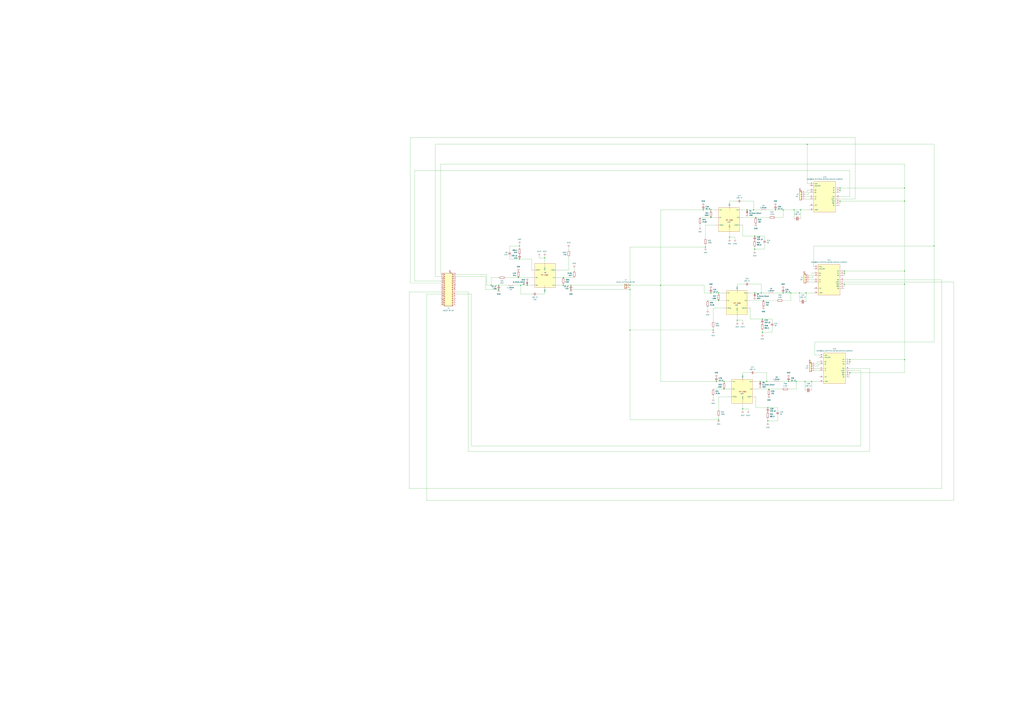
<source format=kicad_sch>
(kicad_sch (version 20250114) (generator "eeschema") (generator_version "9.0")
  (paper "A0")
  (text "12V" (at 855.218 354.838 0) (effects (font (size 1.27 1.27))))
  (text "12V" (at 846.328 258.318 0) (effects (font (size 1.27 1.27))))
  (text "5V" (at 633.222 316.992 0) (effects (font (size 1.27 1.27))))
  (text "12V" (at 861.568 457.708 0) (effects (font (size 1.27 1.27))))
  (junction (at 980.44 314.96))
  (junction (at 570.23 331.47))
  (junction (at 834.39 349.25))
  (junction (at 909.32 243.84))
  (junction (at 892.81 452.12))
  (junction (at 825.5 252.73))
  (junction (at 891.54 488.95))
  (junction (at 986.79 420.37))
  (junction (at 1050.29 314.96))
  (junction (at 885.19 386.08))
  (junction (at 1084.58 285.75))
  (junction (at 935.99 340.36))
  (junction (at 980.44 317.5))
  (junction (at 867.41 243.84))
  (junction (at 862.33 474.98))
  (junction (at 986.79 433.07))
  (junction (at 612.14 331.47))
  (junction (at 975.36 220.98))
  (junction (at 882.65 443.23))
  (junction (at 632.46 299.72))
  (junction (at 975.36 233.68))
  (junction (at 1050.29 218.44))
  (junction (at 767.08 331.47))
  (junction (at 891.54 473.71))
  (junction (at 934.72 443.23))
  (junction (at 928.37 340.36))
  (junction (at 828.04 383.54))
  (junction (at 604.52 331.47))
  (junction (at 847.09 275.59))
  (junction (at 1050.29 417.83))
  (junction (at 1050.29 330.2))
  (junction (at 654.05 322.58))
  (junction (at 601.98 322.58))
  (junction (at 855.98 372.11))
  (junction (at 883.92 340.36))
  (junction (at 662.94 331.47))
  (junction (at 834.39 487.68))
  (junction (at 877.57 252.73))
  (junction (at 731.52 336.55))
  (junction (at 579.12 331.47))
  (junction (at 900.43 243.84))
  (junction (at 909.32 340.36))
  (junction (at 816.61 243.84))
  (junction (at 890.27 443.23))
  (junction (at 603.25 300.99))
  (junction (at 915.67 443.23))
  (junction (at 603.25 285.75))
  (junction (at 579.12 336.55))
  (junction (at 662.94 336.55))
  (junction (at 654.05 331.47))
  (junction (at 918.21 340.36))
  (junction (at 876.3 274.32))
  (junction (at 885.19 370.84))
  (junction (at 886.46 349.25))
  (junction (at 922.02 243.84))
  (junction (at 924.56 443.23))
  (junction (at 980.44 330.2))
  (junction (at 876.3 289.56))
  (junction (at 1050.29 233.68))
  (junction (at 831.85 443.23))
  (junction (at 825.5 340.36))
  (junction (at 731.52 331.47))
  (junction (at 834.39 340.36))
  (junction (at 937.26 167.64))
  (junction (at 986.79 417.83))
  (junction (at 731.52 383.54))
  (junction (at 876.3 340.36))
  (junction (at 840.74 443.23))
  (junction (at 875.03 243.84))
  (junction (at 975.36 218.44))
  (junction (at 840.74 452.12))
  (junction (at 942.34 443.23))
  (junction (at 819.15 287.02))
  (junction (at 929.64 243.84))
  (junction (at 825.5 243.84))
  (wire (pts (xy 840.74 443.23) (xy 840.74 444.5)))
  (wire (pts (xy 1050.29 190.5) (xy 511.81 190.5)))
  (wire (pts (xy 1093.47 325.12) (xy 980.44 325.12)))
  (wire (pts (xy 731.52 336.55) (xy 662.94 336.55)))
  (wire (pts (xy 882.65 443.23) (xy 890.27 443.23)))
  (wire (pts (xy 868.68 474.98) (xy 868.68 477.52)))
  (wire (pts (xy 816.61 243.84) (xy 825.5 243.84)))
  (wire (pts (xy 896.62 370.84) (xy 896.62 374.65)))
  (wire (pts (xy 986.79 420.37) (xy 986.79 417.83)))
  (wire (pts (xy 831.85 443.23) (xy 840.74 443.23)))
  (wire (pts (xy 943.61 322.58) (xy 943.61 320.04)))
  (wire (pts (xy 603.25 300.99) (xy 591.82 300.99)))
  (wire (pts (xy 890.27 443.23) (xy 899.16 443.23)))
  (wire (pts (xy 939.8 322.58) (xy 943.61 322.58)))
  (wire (pts (xy 871.22 349.25) (xy 886.46 349.25)))
  (wire (pts (xy 632.46 299.72) (xy 632.46 297.18)))
  (wire (pts (xy 948.69 420.37) (xy 951.23 420.37)))
  (wire (pts (xy 617.22 322.58) (xy 601.98 322.58)))
  (wire (pts (xy 975.36 218.44) (xy 1050.29 218.44)))
  (wire (pts (xy 909.32 340.36) (xy 918.21 340.36)))
  (wire (pts (xy 939.8 213.36) (xy 937.26 213.36)))
  (wire (pts (xy 825.5 243.84) (xy 830.58 243.84)))
  (wire (pts (xy 828.04 383.54) (xy 828.04 384.81)))
  (wire (pts (xy 853.44 275.59) (xy 853.44 278.13)))
  (wire (pts (xy 505.46 167.64) (xy 937.26 167.64)))
  (wire (pts (xy 883.92 330.2) (xy 883.92 340.36)))
  (wire (pts (xy 934.72 453.39) (xy 934.72 443.23)))
  (wire (pts (xy 617.22 313.69) (xy 617.22 300.99)))
  (wire (pts (xy 980.44 330.2) (xy 980.44 332.74)))
  (wire (pts (xy 617.22 300.99) (xy 603.25 300.99)))
  (wire (pts (xy 939.8 320.04) (xy 942.34 320.04)))
  (wire (pts (xy 928.37 340.36) (xy 935.99 340.36)))
  (wire (pts (xy 632.46 341.63) (xy 623.57 341.63)))
  (wire (pts (xy 890.27 433.07) (xy 890.27 443.23)))
  (wire (pts (xy 476.25 160.02) (xy 476.25 328.93)))
  (wire (pts (xy 871.22 370.84) (xy 885.19 370.84)))
  (wire (pts (xy 828.04 452.12) (xy 840.74 452.12)))
  (wire (pts (xy 867.41 243.84) (xy 875.03 243.84)))
  (wire (pts (xy 937.26 213.36) (xy 937.26 167.64)))
  (wire (pts (xy 862.33 433.07) (xy 871.22 433.07)))
  (wire (pts (xy 946.15 422.91) (xy 948.69 422.91)))
  (wire (pts (xy 885.19 386.08) (xy 885.19 383.54)))
  (wire (pts (xy 731.52 331.47) (xy 731.52 287.02)))
  (wire (pts (xy 511.81 190.5) (xy 511.81 318.77)))
  (wire (pts (xy 889 243.84) (xy 900.43 243.84)))
  (wire (pts (xy 662.94 331.47) (xy 731.52 331.47)))
  (wire (pts (xy 1084.58 285.75) (xy 1084.58 397.51)))
  (wire (pts (xy 481.33 198.12) (xy 986.79 198.12)))
  (wire (pts (xy 731.52 334.01) (xy 731.52 336.55)))
  (wire (pts (xy 938.53 223.52) (xy 939.8 223.52)))
  (wire (pts (xy 601.98 322.58) (xy 586.74 322.58)))
  (wire (pts (xy 648.97 313.69) (xy 660.4 313.69)))
  (wire (pts (xy 618.49 341.63) (xy 604.52 341.63)))
  (wire (pts (xy 929.64 243.84) (xy 939.8 243.84)))
  (wire (pts (xy 883.92 340.36) (xy 892.81 340.36)))
  (wire (pts (xy 828.04 381) (xy 828.04 383.54)))
  (wire (pts (xy 847.09 241.3) (xy 847.09 233.68)))
  (wire (pts (xy 887.73 283.21) (xy 887.73 289.56)))
  (wire (pts (xy 476.25 328.93) (xy 511.81 328.93)))
  (wire (pts (xy 830.58 261.62) (xy 819.15 261.62)))
  (wire (pts (xy 975.36 233.68) (xy 1050.29 233.68)))
  (wire (pts (xy 817.88 331.47) (xy 817.88 340.36)))
  (wire (pts (xy 891.54 488.95) (xy 891.54 486.41)))
  (wire (pts (xy 767.08 443.23) (xy 831.85 443.23)))
  (wire (pts (xy 877.57 473.71) (xy 891.54 473.71)))
  (wire (pts (xy 877.57 461.01) (xy 877.57 473.71)))
  (wire (pts (xy 855.98 330.2) (xy 864.87 330.2)))
  (wire (pts (xy 603.25 285.75) (xy 603.25 283.21)))
  (wire (pts (xy 834.39 349.25) (xy 839.47 349.25)))
  (wire (pts (xy 834.39 340.36) (xy 839.47 340.36)))
  (wire (pts (xy 474.98 567.69) (xy 1093.47 567.69)))
  (wire (pts (xy 855.98 372.11) (xy 855.98 374.65)))
  (wire (pts (xy 767.08 243.84) (xy 816.61 243.84)))
  (wire (pts (xy 862.33 261.62) (xy 862.33 274.32)))
  (wire (pts (xy 934.72 223.52) (xy 937.26 223.52)))
  (wire (pts (xy 591.82 300.99) (xy 591.82 297.18)))
  (wire (pts (xy 660.4 290.83) (xy 660.4 287.02)))
  (wire (pts (xy 1050.29 330.2) (xy 1050.29 417.83)))
  (wire (pts (xy 834.39 483.87) (xy 834.39 487.68)))
  (wire (pts (xy 875.03 243.84) (xy 883.92 243.84)))
  (wire (pts (xy 828.04 459.74) (xy 828.04 463.55)))
  (wire (pts (xy 591.82 285.75) (xy 603.25 285.75)))
  (wire (pts (xy 1107.44 327.66) (xy 1107.44 581.66)))
  (wire (pts (xy 819.15 261.62) (xy 819.15 276.86)))
  (wire (pts (xy 909.32 243.84) (xy 909.32 252.73)))
  (wire (pts (xy 862.33 243.84) (xy 867.41 243.84)))
  (wire (pts (xy 892.81 452.12) (xy 908.05 452.12)))
  (wire (pts (xy 626.11 299.72) (xy 632.46 299.72)))
  (wire (pts (xy 946.15 425.45) (xy 949.96 425.45)))
  (wire (pts (xy 943.61 320.04) (xy 944.88 320.04)))
  (wire (pts (xy 949.96 422.91) (xy 951.23 422.91)))
  (wire (pts (xy 855.98 337.82) (xy 855.98 330.2)))
  (wire (pts (xy 543.56 524.51) (xy 543.56 339.09)))
  (wire (pts (xy 529.59 321.31) (xy 563.88 321.31)))
  (wire (pts (xy 1009.65 427.99) (xy 1009.65 524.51)))
  (wire (pts (xy 885.19 386.08) (xy 885.19 388.62)))
  (wire (pts (xy 975.36 223.52) (xy 975.36 220.98)))
  (wire (pts (xy 876.3 340.36) (xy 883.92 340.36)))
  (wire (pts (xy 731.52 383.54) (xy 731.52 487.68)))
  (wire (pts (xy 819.15 284.48) (xy 819.15 287.02)))
  (wire (pts (xy 812.8 260.35) (xy 812.8 264.16)))
  (wire (pts (xy 861.06 233.68) (xy 875.03 233.68)))
  (wire (pts (xy 731.52 287.02) (xy 819.15 287.02)))
  (wire (pts (xy 928.37 350.52) (xy 928.37 340.36)))
  (wire (pts (xy 876.3 433.07) (xy 890.27 433.07)))
  (wire (pts (xy 934.72 443.23) (xy 942.34 443.23)))
  (wire (pts (xy 935.99 350.52) (xy 935.99 340.36)))
  (wire (pts (xy 937.26 167.64) (xy 1084.58 167.64)))
  (wire (pts (xy 877.57 452.12) (xy 892.81 452.12)))
  (wire (pts (xy 980.44 327.66) (xy 1107.44 327.66)))
  (wire (pts (xy 819.15 287.02) (xy 819.15 288.29)))
  (wire (pts (xy 570.23 322.58) (xy 579.12 322.58)))
  (wire (pts (xy 1050.29 218.44) (xy 1050.29 233.68)))
  (wire (pts (xy 986.79 417.83) (xy 1050.29 417.83)))
  (wire (pts (xy 937.26 223.52) (xy 937.26 220.98)))
  (wire (pts (xy 891.54 473.71) (xy 902.97 473.71)))
  (wire (pts (xy 944.88 327.66) (xy 939.8 327.66)))
  (wire (pts (xy 886.46 349.25) (xy 901.7 349.25)))
  (wire (pts (xy 825.5 252.73) (xy 830.58 252.73)))
  (wire (pts (xy 862.33 372.11) (xy 862.33 374.65)))
  (wire (pts (xy 896.62 379.73) (xy 896.62 386.08)))
  (wire (pts (xy 904.24 443.23) (xy 915.67 443.23)))
  (wire (pts (xy 731.52 487.68) (xy 834.39 487.68)))
  (wire (pts (xy 951.23 427.99) (xy 946.15 427.99)))
  (wire (pts (xy 845.82 461.01) (xy 834.39 461.01)))
  (wire (pts (xy 481.33 326.39) (xy 481.33 198.12)))
  (wire (pts (xy 817.88 340.36) (xy 825.5 340.36)))
  (wire (pts (xy 862.33 468.63) (xy 862.33 474.98)))
  (wire (pts (xy 570.23 331.47) (xy 565.15 331.47)))
  (wire (pts (xy 944.88 325.12) (xy 939.8 325.12)))
  (wire (pts (xy 999.49 430.53) (xy 986.79 430.53)))
  (wire (pts (xy 922.02 243.84) (xy 929.64 243.84)))
  (wire (pts (xy 632.46 306.07) (xy 632.46 299.72)))
  (wire (pts (xy 876.3 289.56) (xy 876.3 292.1)))
  (wire (pts (xy 840.74 452.12) (xy 845.82 452.12)))
  (wire (pts (xy 862.33 372.11) (xy 855.98 372.11)))
  (wire (pts (xy 825.5 243.84) (xy 825.5 245.11)))
  (wire (pts (xy 942.34 453.39) (xy 942.34 443.23)))
  (wire (pts (xy 980.44 317.5) (xy 980.44 314.96)))
  (wire (pts (xy 986.79 422.91) (xy 986.79 420.37)))
  (wire (pts (xy 505.46 167.64) (xy 505.46 321.31)))
  (wire (pts (xy 876.3 289.56) (xy 876.3 287.02)))
  (wire (pts (xy 654.05 322.58) (xy 648.97 322.58)))
  (wire (pts (xy 862.33 252.73) (xy 877.57 252.73)))
  (wire (pts (xy 547.37 341.63) (xy 547.37 518.16)))
  (wire (pts (xy 871.22 358.14) (xy 871.22 370.84)))
  (wire (pts (xy 565.15 318.77) (xy 529.59 318.77)))
  (wire (pts (xy 986.79 433.07) (xy 986.79 435.61)))
  (wire (pts (xy 924.56 452.12) (xy 915.67 452.12)))
  (wire (pts (xy 591.82 292.1) (xy 591.82 285.75)))
  (wire (pts (xy 855.98 365.76) (xy 855.98 372.11)))
  (wire (pts (xy 662.94 331.47) (xy 654.05 331.47)))
  (wire (pts (xy 877.57 443.23) (xy 882.65 443.23)))
  (wire (pts (xy 942.34 320.04) (xy 942.34 317.5)))
  (wire (pts (xy 847.09 269.24) (xy 847.09 275.59)))
  (wire (pts (xy 812.8 252.73) (xy 825.5 252.73)))
  (wire (pts (xy 922.02 254) (xy 922.02 243.84)))
  (wire (pts (xy 918.21 340.36) (xy 928.37 340.36)))
  (wire (pts (xy 896.62 386.08) (xy 885.19 386.08)))
  (wire (pts (xy 946.15 397.51) (xy 1084.58 397.51)))
  (wire (pts (xy 975.36 233.68) (xy 975.36 236.22)))
  (wire (pts (xy 939.8 228.6) (xy 934.72 228.6)))
  (wire (pts (xy 825.5 340.36) (xy 834.39 340.36)))
  (wire (pts (xy 767.08 331.47) (xy 817.88 331.47)))
  (wire (pts (xy 604.52 341.63) (xy 604.52 331.47)))
  (wire (pts (xy 924.56 443.23) (xy 924.56 452.12)))
  (wire (pts (xy 1050.29 417.83) (xy 1050.29 433.07)))
  (wire (pts (xy 951.23 412.75) (xy 946.15 412.75)))
  (wire (pts (xy 946.15 412.75) (xy 946.15 397.51)))
  (wire (pts (xy 1050.29 190.5) (xy 1050.29 218.44)))
  (wire (pts (xy 847.09 233.68) (xy 855.98 233.68)))
  (wire (pts (xy 877.57 252.73) (xy 892.81 252.73)))
  (wire (pts (xy 565.15 331.47) (xy 565.15 318.77)))
  (wire (pts (xy 511.81 339.09) (xy 474.98 339.09)))
  (wire (pts (xy 902.97 473.71) (xy 902.97 477.52)))
  (wire (pts (xy 563.88 336.55) (xy 563.88 321.31)))
  (wire (pts (xy 579.12 336.55) (xy 563.88 336.55)))
  (wire (pts (xy 731.52 331.47) (xy 767.08 331.47)))
  (wire (pts (xy 918.21 349.25) (xy 909.32 349.25)))
  (wire (pts (xy 975.36 220.98) (xy 975.36 218.44)))
  (wire (pts (xy 612.14 331.47) (xy 604.52 331.47)))
  (wire (pts (xy 821.69 349.25) (xy 834.39 349.25)))
  (wire (pts (xy 1050.29 314.96) (xy 1050.29 330.2)))
  (wire (pts (xy 909.32 252.73) (xy 900.43 252.73)))
  (wire (pts (xy 900.43 243.84) (xy 909.32 243.84)))
  (wire (pts (xy 617.22 331.47) (xy 612.14 331.47)))
  (wire (pts (xy 929.64 254) (xy 929.64 243.84)))
  (wire (pts (xy 474.98 339.09) (xy 474.98 567.69)))
  (wire (pts (xy 767.08 331.47) (xy 767.08 443.23)))
  (wire (pts (xy 986.79 228.6) (xy 975.36 228.6)))
  (wire (pts (xy 887.73 289.56) (xy 876.3 289.56)))
  (wire (pts (xy 862.33 440.69) (xy 862.33 433.07)))
  (wire (pts (xy 975.36 231.14) (xy 993.14 231.14)))
  (wire (pts (xy 547.37 518.16) (xy 999.49 518.16)))
  (wire (pts (xy 980.44 314.96) (xy 1050.29 314.96)))
  (wire (pts (xy 951.23 430.53) (xy 946.15 430.53)))
  (wire (pts (xy 887.73 274.32) (xy 887.73 278.13)))
  (wire (pts (xy 980.44 320.04) (xy 980.44 317.5)))
  (wire (pts (xy 862.33 474.98) (xy 862.33 477.52)))
  (wire (pts (xy 1009.65 524.51) (xy 543.56 524.51)))
  (wire (pts (xy 840.74 443.23) (xy 845.82 443.23)))
  (wire (pts (xy 590.55 331.47) (xy 579.12 331.47)))
  (wire (pts (xy 495.3 341.63) (xy 511.81 341.63)))
  (wire (pts (xy 1107.44 581.66) (xy 495.3 581.66)))
  (wire (pts (xy 853.44 275.59) (xy 847.09 275.59)))
  (wire (pts (xy 626.11 299.72) (xy 626.11 297.18)))
  (wire (pts (xy 999.49 518.16) (xy 999.49 430.53)))
  (wire (pts (xy 939.8 231.14) (xy 934.72 231.14)))
  (wire (pts (xy 767.08 331.47) (xy 767.08 243.84)))
  (wire (pts (xy 839.47 358.14) (xy 828.04 358.14)))
  (wire (pts (xy 871.22 340.36) (xy 876.3 340.36)))
  (wire (pts (xy 902.97 488.95) (xy 891.54 488.95)))
  (wire (pts (xy 934.72 226.06) (xy 938.53 226.06)))
  (wire (pts (xy 891.54 488.95) (xy 891.54 491.49)))
  (wire (pts (xy 909.32 243.84) (xy 922.02 243.84)))
  (wire (pts (xy 875.03 233.68) (xy 875.03 243.84)))
  (wire (pts (xy 897.89 340.36) (xy 909.32 340.36)))
  (wire (pts (xy 632.46 334.01) (xy 632.46 341.63)))
  (wire (pts (xy 902.97 482.6) (xy 902.97 488.95)))
  (wire (pts (xy 604.52 331.47) (xy 595.63 331.47)))
  (wire (pts (xy 918.21 340.36) (xy 918.21 349.25)))
  (wire (pts (xy 924.56 443.23) (xy 934.72 443.23)))
  (wire (pts (xy 579.12 331.47) (xy 570.23 331.47)))
  (wire (pts (xy 603.25 285.75) (xy 603.25 288.29)))
  (wire (pts (xy 654.05 331.47) (xy 654.05 330.2)))
  (wire (pts (xy 821.69 356.87) (xy 821.69 360.68)))
  (wire (pts (xy 511.81 321.31) (xy 505.46 321.31)))
  (wire (pts (xy 511.81 326.39) (xy 481.33 326.39)))
  (wire (pts (xy 993.14 160.02) (xy 476.25 160.02)))
  (wire (pts (xy 654.05 331.47) (xy 648.97 331.47)))
  (wire (pts (xy 869.95 330.2) (xy 883.92 330.2)))
  (wire (pts (xy 949.96 425.45) (xy 949.96 422.91)))
  (wire (pts (xy 666.75 322.58) (xy 654.05 322.58)))
  (wire (pts (xy 529.59 341.63) (xy 547.37 341.63)))
  (wire (pts (xy 828.04 358.14) (xy 828.04 373.38)))
  (wire (pts (xy 885.19 370.84) (xy 896.62 370.84)))
  (wire (pts (xy 731.52 383.54) (xy 828.04 383.54)))
  (wire (pts (xy 666.75 314.96) (xy 666.75 311.15)))
  (wire (pts (xy 938.53 226.06) (xy 938.53 223.52)))
  (wire (pts (xy 1084.58 167.64) (xy 1084.58 285.75)))
  (wire (pts (xy 986.79 427.99) (xy 1009.65 427.99)))
  (wire (pts (xy 834.39 340.36) (xy 834.39 341.63)))
  (wire (pts (xy 847.09 275.59) (xy 847.09 278.13)))
  (wire (pts (xy 915.67 443.23) (xy 924.56 443.23)))
  (wire (pts (xy 948.69 422.91) (xy 948.69 420.37)))
  (wire (pts (xy 876.3 274.32) (xy 887.73 274.32)))
  (wire (pts (xy 495.3 581.66) (xy 495.3 341.63)))
  (wire (pts (xy 1050.29 233.68) (xy 1050.29 314.96)))
  (wire (pts (xy 1093.47 325.12) (xy 1093.47 567.69)))
  (wire (pts (xy 942.34 317.5) (xy 944.88 317.5)))
  (wire (pts (xy 986.79 198.12) (xy 986.79 228.6)))
  (wire (pts (xy 986.79 433.07) (xy 1050.29 433.07)))
  (wire (pts (xy 935.99 340.36) (xy 944.88 340.36)))
  (wire (pts (xy 937.26 220.98) (xy 939.8 220.98)))
  (wire (pts (xy 942.34 443.23) (xy 951.23 443.23)))
  (wire (pts (xy 944.88 285.75) (xy 1084.58 285.75)))
  (wire (pts (xy 543.56 339.09) (xy 529.59 339.09)))
  (wire (pts (xy 731.52 336.55) (xy 731.52 383.54)))
  (wire (pts (xy 660.4 313.69) (xy 660.4 298.45)))
  (wire (pts (xy 993.14 231.14) (xy 993.14 160.02)))
  (wire (pts (xy 868.68 474.98) (xy 862.33 474.98)))
  (wire (pts (xy 834.39 461.01) (xy 834.39 476.25)))
  (wire (pts (xy 862.33 274.32) (xy 876.3 274.32)))
  (wire (pts (xy 944.88 309.88) (xy 944.88 285.75)))
  (wire (pts (xy 980.44 330.2) (xy 1050.29 330.2)))
  (wire (pts (xy 570.23 331.47) (xy 570.23 322.58)))
  (symbol (lib_id "Device:L_Small") (at 593.09 331.47 270) (unit 1)
    (property "Reference" "L7" (at 593.09 336.55 90))
    (property "Value" "L_Small" (at 593.09 334.01 90))
    (property "Description" "Inductor, small symbol" (effects (hide yes)))
  )
  (symbol (lib_id "power:Earth") (at 853.44 278.13 0) (unit 1)
    (property "Reference" "#PWR032" (effects (hide yes)))
    (property "Value" "Earth" (at 853.44 283.21 0))
    (property "Description" "Power symbol creates a global label with name \"Earth\"" (effects (hide yes)))
  )
  (symbol (lib_id "Device:D_Zener_Small") (at 882.65 445.77 270) (unit 1)
    (property "Reference" "D6" (at 885.19 444.4999 90) (effects (justify left)))
    (property "Value" "D_Zener_Small" (at 885.19 447.0399 90) (effects (justify left)))
    (property "Description" "Zener diode, small symbol" (effects (hide yes)))
  )
  (symbol (lib_id "power:GND") (at 819.15 288.29 0) (unit 1)
    (property "Reference" "#PWR030" (effects (hide yes)))
    (property "Value" "GND" (at 819.15 293.37 0))
    (property "Description" "Power symbol creates a global label with name \"GND\" , ground" (effects (hide yes)))
  )
  (symbol (lib_id "Connector_Generic_MountingPin:Conn_01x04_MountingPin") (at 929.64 228.6 180) (unit 1)
    (property "Reference" "J3" (at 927.1 225.7043 0) (effects (justify left)))
    (property "Value" "JST" (at 927.1 228.2443 0) (effects (justify left)))
    (property "Description" "Generic connectable mounting pin connector, single row, 01x04, script generated (kicad-library-utils/schlib/autogen/connector/)" (effects (hide yes)))
  )
  (symbol (lib_id "power:GND") (at 885.19 388.62 0) (unit 1)
    (property "Reference" "#PWR043" (effects (hide yes)))
    (property "Value" "GND" (at 885.19 393.7 0))
    (property "Description" "Power symbol creates a global label with name \"GND\" , ground" (effects (hide yes)))
  )
  (symbol (lib_id "power:GND") (at 821.69 360.68 0) (unit 1)
    (property "Reference" "#PWR037" (effects (hide yes)))
    (property "Value" "GND" (at 821.69 365.76 0))
    (property "Description" "Power symbol creates a global label with name \"GND\" , ground" (effects (hide yes)))
  )
  (symbol (lib_id "Device:D_Zener_Small") (at 612.14 328.93 90) (unit 1)
    (property "Reference" "D7" (at 609.6 330.2001 90) (effects (justify left)))
    (property "Value" "D_Zener_Small" (at 609.6 327.6601 90) (effects (justify left)))
    (property "Description" "Zener diode, small symbol" (effects (hide yes)))
  )
  (symbol (lib_id "Connector:Screw_Terminal_01x02") (at 726.44 334.01 180) (unit 1)
    (property "Reference" "J1" (at 726.44 325.12 0))
    (property "Value" "Screw_Terminal_01x02" (at 726.44 327.66 0))
    (property "Description" "Generic screw terminal, single row, 01x02, script generated (kicad-library-utils/schlib/autogen/connector/)" (effects (hide yes)))
  )
  (symbol (lib_id "power:GND") (at 660.4 287.02 180) (unit 1)
    (property "Reference" "#PWR057" (effects (hide yes)))
    (property "Value" "GND" (at 660.4 281.94 0))
    (property "Description" "Power symbol creates a global label with name \"GND\" , ground" (effects (hide yes)))
  )
  (symbol (lib_id "power:Earth") (at 868.68 477.52 0) (unit 1)
    (property "Reference" "#PWR050" (effects (hide yes)))
    (property "Value" "Earth" (at 868.68 482.6 0))
    (property "Description" "Power symbol creates a global label with name \"Earth\"" (effects (hide yes)))
  )
  (symbol (lib_id "power:GND") (at 601.98 314.96 180) (unit 1)
    (property "Reference" "#PWR062" (effects (hide yes)))
    (property "Value" "GND" (at 601.98 309.88 0))
    (property "Description" "Power symbol creates a global label with name \"GND\" , ground" (effects (hide yes)))
  )
  (symbol (lib_id "Device:C_Small") (at 621.03 341.63 270) (unit 1)
    (property "Reference" "C32" (at 621.0237 347.98 90))
    (property "Value" "100 nF" (at 621.0237 345.44 90))
    (property "Description" "Unpolarized capacitor, small symbol" (effects (hide yes)))
  )
  (symbol (lib_id "Device:C_Small") (at 891.54 476.25 0) (unit 1)
    (property "Reference" "C28" (at 894.08 474.9862 0) (effects (justify left)))
    (property "Value" "220 pF" (at 894.08 477.5262 0) (effects (justify left)))
    (property "Description" "Unpolarized capacitor, small symbol" (effects (hide yes)))
  )
  (symbol (lib_id "Device:R") (at 911.86 452.12 90) (unit 1)
    (property "Reference" "R36" (at 911.86 445.77 90))
    (property "Value" "140k" (at 911.86 448.31 90))
    (property "Description" "Resistor" (effects (hide yes)))
  )
  (symbol (lib_id "power:GND") (at 855.98 374.65 0) (unit 1)
    (property "Reference" "#PWR040" (effects (hide yes)))
    (property "Value" "GND" (at 855.98 379.73 0))
    (property "Description" "Power symbol creates a global label with name \"GND\" , ground" (effects (hide yes)))
  )
  (symbol (lib_id "Device:D_Zener_Small") (at 876.3 342.9 270) (unit 1)
    (property "Reference" "D5" (at 878.84 341.6299 90) (effects (justify left)))
    (property "Value" "D_Zener_Small" (at 878.84 344.1699 90) (effects (justify left)))
    (property "Description" "Zener diode, small symbol" (effects (hide yes)))
  )
  (symbol (lib_id "Device:R") (at 666.75 318.77 180) (unit 1)
    (property "Reference" "R37" (at 664.21 320.0401 0) (effects (justify left)))
    (property "Value" "24.9k" (at 664.21 317.5001 0) (effects (justify left)))
    (property "Description" "Resistor" (effects (hide yes)))
  )
  (symbol (lib_id "Device:C_Small") (at 858.52 233.68 90) (unit 1)
    (property "Reference" "C17" (at 858.5263 227.33 90))
    (property "Value" "100 nF" (at 858.5263 229.87 90))
    (property "Description" "Unpolarized capacitor, small symbol" (effects (hide yes)))
  )
  (symbol (lib_id "power:GND") (at 825.5 335.28 180) (unit 1)
    (property "Reference" "#PWR038" (effects (hide yes)))
    (property "Value" "GND" (at 825.5 330.2 0))
    (property "Description" "Power symbol creates a global label with name \"GND\" , ground" (effects (hide yes)))
  )
  (symbol (lib_id "Device:R") (at 601.98 318.77 180) (unit 1)
    (property "Reference" "R41" (at 599.44 320.0401 0) (effects (justify left)))
    (property "Value" "4.3k" (at 599.44 317.5001 0) (effects (justify left)))
    (property "Description" "Resistor" (effects (hide yes)))
  )
  (symbol (lib_id "Device:R") (at 603.25 292.1 180) (unit 1)
    (property "Reference" "R40" (at 600.71 293.3701 0) (effects (justify left)))
    (property "Value" "68.1k" (at 600.71 290.8301 0) (effects (justify left)))
    (property "Description" "Resistor" (effects (hide yes)))
  )
  (symbol (lib_id "Device:L_Small") (at 895.35 340.36 90) (unit 1)
    (property "Reference" "L5" (at 895.35 335.28 90))
    (property "Value" "L_Small" (at 895.35 337.82 90))
    (property "Description" "Inductor, small symbol" (effects (hide yes)))
  )
  (symbol (lib_id "Device:C_Small") (at 902.97 480.06 0) (unit 1)
    (property "Reference" "C29" (at 905.51 478.7962 0) (effects (justify left)))
    (property "Value" "NS" (at 905.51 481.3362 0) (effects (justify left)))
    (property "Description" "Unpolarized capacitor, small symbol" (effects (hide yes)))
  )
  (symbol (lib_id "Connector_Generic_MountingPin:Conn_01x04_MountingPin") (at 941.07 427.99 180) (unit 1)
    (property "Reference" "J5" (at 938.53 425.0943 0) (effects (justify left)))
    (property "Value" "JST" (at 938.53 427.6343 0) (effects (justify left)))
    (property "Description" "Generic connectable mounting pin connector, single row, 01x04, script generated (kicad-library-utils/schlib/autogen/connector/)" (effects (hide yes)))
  )
  (symbol (lib_id "Device:L_Small") (at 886.46 243.84 90) (unit 1)
    (property "Reference" "L4" (at 886.46 238.76 90))
    (property "Value" "L_Small" (at 886.46 241.3 90))
    (property "Description" "Inductor, small symbol" (effects (hide yes)))
  )
  (symbol (lib_id "power:GND") (at 882.65 448.31 0) (unit 1)
    (property "Reference" "#PWR051" (effects (hide yes)))
    (property "Value" "GND" (at 885.19 449.5799 0) (effects (justify left)))
    (property "Description" "Power symbol creates a global label with name \"GND\" , ground" (effects (hide yes)))
  )
  (symbol (lib_id "DRV8825_STEPPER_MOTOR_DRIVER_CARRIER:DRV8825_STEPPER_MOTOR_DRIVER_CARRIER") (at 962.66 325.12 180) (unit 1)
    (property "Reference" "U11" (at 962.66 302.26 0))
    (property "Value" "DRV8825_STEPPER_MOTOR_DRIVER_CARRIER" (at 962.66 304.8 0))
    (property "Footprint" "DRV8825_STEPPER_MOTOR_DRIVER_CARRIER:IC_DRV8825_STEPPER_MOTOR_DRIVER_CARRIER" (effects (hide yes)))
    (property "MF" "Pololu" (effects (hide yes)))
    (property "DESCRIPTION" "Stepper motor controler; IC: DRV8825; 1.5A; Uin mot: 8.2÷45V" (effects (hide yes)))
    (property "PACKAGE" "None" (effects (hide yes)))
    (property "PRICE" "None" (effects (hide yes)))
    (property "Package" "None" (effects (hide yes)))
    (property "Check_prices" "https://www.snapeda.com/parts/DRV8825%20STEPPER%20MOTOR%20DRIVER%20CARRIER/Pololu/view-part/?ref=eda" (effects (hide yes)))
    (property "Price" "None" (effects (hide yes)))
    (property "SnapEDA_Link" "https://www.snapeda.com/parts/DRV8825%20STEPPER%20MOTOR%20DRIVER%20CARRIER/Pololu/view-part/?ref=snap" (effects (hide yes)))
    (property "MP" "DRV8825 STEPPER MOTOR DRIVER CARRIER" (effects (hide yes)))
    (property "Availability" "Not in stock" (effects (hide yes)))
    (property "AVAILABILITY" "Unavailable" (effects (hide yes)))
    (property "Description_1" "Stepper, Bipolar 8.2 ~ 45VDC Supply 1.5A 8.2 ~ 45V Load" (effects (hide yes)))
  )
  (symbol (lib_id "Device:C_Small") (at 662.94 334.01 180) (unit 1)
    (property "Reference" "C31" (at 660.4 335.2738 0) (effects (justify left)))
    (property "Value" "10 uF" (at 660.4 332.7338 0) (effects (justify left)))
    (property "Description" "Unpolarized capacitor, small symbol" (effects (hide yes)))
  )
  (symbol (lib_id "Device:R") (at 886.46 353.06 0) (unit 1)
    (property "Reference" "R29" (at 889 351.7899 0) (effects (justify left)))
    (property "Value" "10k" (at 889 354.3299 0) (effects (justify left)))
    (property "Description" "Resistor" (effects (hide yes)))
  )
  (symbol (lib_id "power:GND") (at 847.09 278.13 0) (unit 1)
    (property "Reference" "#PWR031" (effects (hide yes)))
    (property "Value" "GND" (at 847.09 283.21 0))
    (property "Description" "Power symbol creates a global label with name \"GND\" , ground" (effects (hide yes)))
  )
  (symbol (lib_id "Device:R") (at 821.69 353.06 0) (unit 1)
    (property "Reference" "R25" (at 824.23 351.7899 0) (effects (justify left)))
    (property "Value" "24.9k" (at 824.23 354.3299 0) (effects (justify left)))
    (property "Description" "Resistor" (effects (hide yes)))
  )
  (symbol (lib_id "Device:C_Small") (at 915.67 440.69 0) (unit 1)
    (property "Reference" "C30" (at 918.21 439.4262 0) (effects (justify left)))
    (property "Value" "22 uF" (at 918.21 441.9662 0) (effects (justify left)))
    (property "Description" "Unpolarized capacitor, small symbol" (effects (hide yes)))
  )
  (symbol (lib_id "power:GND") (at 831.85 438.15 180) (unit 1)
    (property "Reference" "#PWR047" (effects (hide yes)))
    (property "Value" "GND" (at 831.85 433.07 0))
    (property "Description" "Power symbol creates a global label with name \"GND\" , ground" (effects (hide yes)))
  )
  (symbol (lib_id "Device:C_Small") (at 603.25 298.45 180) (unit 1)
    (property "Reference" "C33" (at 600.71 299.7138 0) (effects (justify left)))
    (property "Value" "220 pF" (at 600.71 297.1738 0) (effects (justify left)))
    (property "Description" "Unpolarized capacitor, small symbol" (effects (hide yes)))
  )
  (symbol (lib_id "power:GND") (at 876.3 292.1 0) (unit 1)
    (property "Reference" "#PWR034" (effects (hide yes)))
    (property "Value" "GND" (at 876.3 297.18 0))
    (property "Description" "Power symbol creates a global label with name \"GND\" , ground" (effects (hide yes)))
  )
  (symbol (lib_id "power:Earth") (at 626.11 297.18 180) (unit 1)
    (property "Reference" "#PWR059" (effects (hide yes)))
    (property "Value" "Earth" (at 626.11 292.1 0))
    (property "Description" "Power symbol creates a global label with name \"Earth\"" (effects (hide yes)))
  )
  (symbol (lib_id "power:GND") (at 886.46 356.87 0) (unit 1)
    (property "Reference" "#PWR044" (effects (hide yes)))
    (property "Value" "GND" (at 886.46 361.95 0))
    (property "Description" "Power symbol creates a global label with name \"GND\" , ground" (effects (hide yes)))
  )
  (symbol (lib_id "Device:C") (at 932.18 350.52 90) (unit 1)
    (property "Reference" "C37" (at 932.18 342.9 90))
    (property "Value" "100 uF" (at 932.18 345.44 90))
    (property "Description" "Unpolarized capacitor" (effects (hide yes)))
  )
  (symbol (lib_id "Device:R") (at 660.4 294.64 180) (unit 1)
    (property "Reference" "R38" (at 657.86 295.9101 0) (effects (justify left)))
    (property "Value" "200k" (at 657.86 293.3701 0) (effects (justify left)))
    (property "Description" "Resistor" (effects (hide yes)))
  )
  (symbol (lib_id "Device:R") (at 840.74 448.31 0) (unit 1)
    (property "Reference" "R33" (at 838.2 447.0399 0) (effects (justify right)))
    (property "Value" "100k" (at 838.2 449.5799 0) (effects (justify right)))
    (property "Description" "Resistor" (effects (hide yes)))
  )
  (symbol (lib_id "Device:C_Small") (at 876.3 276.86 0) (unit 1)
    (property "Reference" "C18" (at 878.84 275.5962 0) (effects (justify left)))
    (property "Value" "220 pF" (at 878.84 278.1362 0) (effects (justify left)))
    (property "Description" "Unpolarized capacitor, small symbol" (effects (hide yes)))
  )
  (symbol (lib_id "Device:C_Small") (at 887.73 280.67 0) (unit 1)
    (property "Reference" "C19" (at 890.27 279.4062 0) (effects (justify left)))
    (property "Value" "NS" (at 890.27 281.9462 0) (effects (justify left)))
    (property "Description" "Unpolarized capacitor, small symbol" (effects (hide yes)))
  )
  (symbol (lib_id "Device:R") (at 834.39 480.06 0) (unit 1)
    (property "Reference" "R32" (at 836.93 478.7899 0) (effects (justify left)))
    (property "Value" "200k" (at 836.93 481.3299 0) (effects (justify left)))
    (property "Description" "Resistor" (effects (hide yes)))
  )
  (symbol (lib_id "power:GND") (at 867.41 248.92 0) (unit 1)
    (property "Reference" "#PWR033" (effects (hide yes)))
    (property "Value" "GND" (at 869.95 250.1899 0) (effects (justify left)))
    (property "Description" "Power symbol creates a global label with name \"GND\" , ground" (effects (hide yes)))
  )
  (symbol (lib_id "power:GND") (at 877.57 260.35 0) (unit 1)
    (property "Reference" "#PWR035" (effects (hide yes)))
    (property "Value" "GND" (at 877.57 265.43 0))
    (property "Description" "Power symbol creates a global label with name \"GND\" , ground" (effects (hide yes)))
  )
  (symbol (lib_id "Device:R") (at 896.62 252.73 90) (unit 1)
    (property "Reference" "R24" (at 896.62 246.38 90))
    (property "Value" "140k" (at 896.62 248.92 90))
    (property "Description" "Resistor" (effects (hide yes)))
  )
  (symbol (lib_id "power:GND") (at 579.12 336.55 0) (unit 1)
    (property "Reference" "#PWR063" (effects (hide yes)))
    (property "Value" "GND" (at 579.12 341.63 0))
    (property "Description" "Power symbol creates a global label with name \"GND\" , ground" (effects (hide yes)))
  )
  (symbol (lib_id "Device:R") (at 812.8 256.54 0) (unit 1)
    (property "Reference" "R19" (at 815.34 255.2699 0) (effects (justify left)))
    (property "Value" "24.9k" (at 815.34 257.8099 0) (effects (justify left)))
    (property "Description" "Resistor" (effects (hide yes)))
  )
  (symbol (lib_id "power:GND") (at 603.25 283.21 180) (unit 1)
    (property "Reference" "#PWR061" (effects (hide yes)))
    (property "Value" "GND" (at 603.25 278.13 0))
    (property "Description" "Power symbol creates a global label with name \"GND\" , ground" (effects (hide yes)))
  )
  (symbol (lib_id "Device:C_Small") (at 896.62 377.19 0) (unit 1)
    (property "Reference" "C24" (at 899.16 375.9262 0) (effects (justify left)))
    (property "Value" "NS" (at 899.16 378.4662 0) (effects (justify left)))
    (property "Description" "Unpolarized capacitor, small symbol" (effects (hide yes)))
  )
  (symbol (lib_id "power:GND") (at 900.43 238.76 180) (unit 1)
    (property "Reference" "#PWR036" (effects (hide yes)))
    (property "Value" "GND" (at 900.43 233.68 0))
    (property "Description" "Power symbol creates a global label with name \"GND\" , ground" (effects (hide yes)))
  )
  (symbol (lib_name "MP1584_1") (lib_id "Components:MP1584") (at 839.47 340.36 0) (unit 1)
    (property "Reference" "U7" (effects (hide yes)))
    (property "Value" "~" (at 855.345 335.28 0))
  )
  (symbol (lib_id "Device:C_Small") (at 873.76 433.07 90) (unit 1)
    (property "Reference" "C27" (at 873.7663 426.72 90))
    (property "Value" "100 nF" (at 873.7663 429.26 90))
    (property "Description" "Unpolarized capacitor, small symbol" (effects (hide yes)))
  )
  (symbol (lib_id "Device:R") (at 582.93 322.58 270) (unit 1)
    (property "Reference" "R42" (at 582.93 328.93 90))
    (property "Value" "22k" (at 582.93 326.39 90))
    (property "Description" "Resistor" (effects (hide yes)))
  )
  (symbol (lib_id "power:GND") (at 666.75 311.15 180) (unit 1)
    (property "Reference" "#PWR055" (effects (hide yes)))
    (property "Value" "GND" (at 666.75 306.07 0))
    (property "Description" "Power symbol creates a global label with name \"GND\" , ground" (effects (hide yes)))
  )
  (symbol (lib_id "power:GND") (at 632.46 297.18 180) (unit 1)
    (property "Reference" "#PWR058" (effects (hide yes)))
    (property "Value" "GND" (at 632.46 292.1 0))
    (property "Description" "Power symbol creates a global label with name \"GND\" , ground" (effects (hide yes)))
  )
  (symbol (lib_id "Device:R") (at 877.57 256.54 0) (unit 1)
    (property "Reference" "R23" (at 880.11 255.2699 0) (effects (justify left)))
    (property "Value" "10k" (at 880.11 257.8099 0) (effects (justify left)))
    (property "Description" "Resistor" (effects (hide yes)))
  )
  (symbol (lib_id "Device:R") (at 828.04 377.19 0) (unit 1)
    (property "Reference" "R26" (at 830.58 375.9199 0) (effects (justify left)))
    (property "Value" "200k" (at 830.58 378.4599 0) (effects (justify left)))
    (property "Description" "Resistor" (effects (hide yes)))
  )
  (symbol (lib_id "Device:R") (at 885.19 379.73 0) (unit 1)
    (property "Reference" "R28" (at 887.73 378.4599 0) (effects (justify left)))
    (property "Value" "68.1k" (at 887.73 380.9999 0) (effects (justify left)))
    (property "Description" "Resistor" (effects (hide yes)))
  )
  (symbol (lib_id "Device:R") (at 819.15 280.67 0) (unit 1)
    (property "Reference" "R20" (at 821.69 279.3999 0) (effects (justify left)))
    (property "Value" "200k" (at 821.69 281.9399 0) (effects (justify left)))
    (property "Description" "Resistor" (effects (hide yes)))
  )
  (symbol (lib_id "Device:C_Small") (at 867.41 330.2 90) (unit 1)
    (property "Reference" "C22" (at 867.4163 323.85 90))
    (property "Value" "100 nF" (at 867.4163 326.39 90))
    (property "Description" "Unpolarized capacitor, small symbol" (effects (hide yes)))
  )
  (symbol (lib_id "power:GND") (at 828.04 384.81 0) (unit 1)
    (property "Reference" "#PWR039" (effects (hide yes)))
    (property "Value" "GND" (at 828.04 389.89 0))
    (property "Description" "Power symbol creates a global label with name \"GND\" , ground" (effects (hide yes)))
  )
  (symbol (lib_id "Device:D_Zener_Small") (at 867.41 246.38 270) (unit 1)
    (property "Reference" "D4" (at 869.95 245.1099 90) (effects (justify left)))
    (property "Value" "D_Zener_Small" (at 869.95 247.6499 90) (effects (justify left)))
    (property "Description" "Zener diode, small symbol" (effects (hide yes)))
  )
  (symbol (lib_id "Device:C_Small") (at 900.43 241.3 0) (unit 1)
    (property "Reference" "C20" (at 902.97 240.0362 0) (effects (justify left)))
    (property "Value" "22 uF" (at 902.97 242.5762 0) (effects (justify left)))
    (property "Description" "Unpolarized capacitor, small symbol" (effects (hide yes)))
  )
  (symbol (lib_id "Connector_Generic_MountingPin:Conn_01x04_MountingPin") (at 934.72 325.12 180) (unit 1)
    (property "Reference" "J4" (at 932.18 322.2243 0) (effects (justify left)))
    (property "Value" "JST" (at 932.18 324.7643 0) (effects (justify left)))
    (property "Description" "Generic connectable mounting pin connector, single row, 01x04, script generated (kicad-library-utils/schlib/autogen/connector/)" (effects (hide yes)))
  )
  (symbol (lib_id "Device:C") (at 925.83 254 90) (unit 1)
    (property "Reference" "C36" (at 925.83 246.38 90))
    (property "Value" "100 uF" (at 925.83 248.92 90))
    (property "Description" "Unpolarized capacitor" (effects (hide yes)))
  )
  (symbol (lib_id "Device:C_Small") (at 909.32 337.82 0) (unit 1)
    (property "Reference" "C25" (at 911.86 336.5562 0) (effects (justify left)))
    (property "Value" "22 uF" (at 911.86 339.0962 0) (effects (justify left)))
    (property "Description" "Unpolarized capacitor, small symbol" (effects (hide yes)))
  )
  (symbol (lib_id "DRV8825_STEPPER_MOTOR_DRIVER_CARRIER:DRV8825_STEPPER_MOTOR_DRIVER_CARRIER") (at 969.01 427.99 180) (unit 1)
    (property "Reference" "U12" (at 969.01 405.13 0))
    (property "Value" "DRV8825_STEPPER_MOTOR_DRIVER_CARRIER" (at 969.01 407.67 0))
    (property "Footprint" "DRV8825_STEPPER_MOTOR_DRIVER_CARRIER:IC_DRV8825_STEPPER_MOTOR_DRIVER_CARRIER" (effects (hide yes)))
    (property "MF" "Pololu" (effects (hide yes)))
    (property "DESCRIPTION" "Stepper motor controler; IC: DRV8825; 1.5A; Uin mot: 8.2÷45V" (effects (hide yes)))
    (property "PACKAGE" "None" (effects (hide yes)))
    (property "PRICE" "None" (effects (hide yes)))
    (property "Package" "None" (effects (hide yes)))
    (property "Check_prices" "https://www.snapeda.com/parts/DRV8825%20STEPPER%20MOTOR%20DRIVER%20CARRIER/Pololu/view-part/?ref=eda" (effects (hide yes)))
    (property "Price" "None" (effects (hide yes)))
    (property "SnapEDA_Link" "https://www.snapeda.com/parts/DRV8825%20STEPPER%20MOTOR%20DRIVER%20CARRIER/Pololu/view-part/?ref=snap" (effects (hide yes)))
    (property "MP" "DRV8825 STEPPER MOTOR DRIVER CARRIER" (effects (hide yes)))
    (property "Availability" "Not in stock" (effects (hide yes)))
    (property "AVAILABILITY" "Unavailable" (effects (hide yes)))
    (property "Description_1" "Stepper, Bipolar 8.2 ~ 45VDC Supply 1.5A 8.2 ~ 45V Load" (effects (hide yes)))
  )
  (symbol (lib_id "power:GND") (at 862.33 477.52 0) (unit 1)
    (property "Reference" "#PWR049" (effects (hide yes)))
    (property "Value" "GND" (at 862.33 482.6 0))
    (property "Description" "Power symbol creates a global label with name \"GND\" , ground" (effects (hide yes)))
  )
  (symbol (lib_id "power:GND") (at 876.3 345.44 0) (unit 1)
    (property "Reference" "#PWR042" (effects (hide yes)))
    (property "Value" "GND" (at 878.84 346.7099 0) (effects (justify left)))
    (property "Description" "Power symbol creates a global label with name \"GND\" , ground" (effects (hide yes)))
  )
  (symbol (lib_id "power:GND") (at 892.81 459.74 0) (unit 1)
    (property "Reference" "#PWR053" (effects (hide yes)))
    (property "Value" "GND" (at 892.81 464.82 0))
    (property "Description" "Power symbol creates a global label with name \"GND\" , ground" (effects (hide yes)))
  )
  (symbol (lib_id "Device:R") (at 654.05 326.39 180) (unit 1)
    (property "Reference" "R39" (at 656.59 327.6601 0) (effects (justify right)))
    (property "Value" "100k" (at 656.59 325.1201 0) (effects (justify right)))
    (property "Description" "Resistor" (effects (hide yes)))
  )
  (symbol (lib_id "Device:R") (at 891.54 482.6 0) (unit 1)
    (property "Reference" "R34" (at 894.08 481.3299 0) (effects (justify left)))
    (property "Value" "68.1k" (at 894.08 483.8699 0) (effects (justify left)))
    (property "Description" "Resistor" (effects (hide yes)))
  )
  (symbol (lib_id "power:GND") (at 828.04 463.55 0) (unit 1)
    (property "Reference" "#PWR046" (effects (hide yes)))
    (property "Value" "GND" (at 828.04 468.63 0))
    (property "Description" "Power symbol creates a global label with name \"GND\" , ground" (effects (hide yes)))
  )
  (symbol (lib_name "MP1584_3") (lib_id "Components:MP1584") (at 648.97 331.47 180) (unit 1)
    (property "Reference" "U9" (effects (hide yes)))
    (property "Value" "~" (at 633.095 336.55 0))
  )
  (symbol (lib_id "power:GND") (at 915.67 438.15 180) (unit 1)
    (property "Reference" "#PWR054" (effects (hide yes)))
    (property "Value" "GND" (at 915.67 433.07 0))
    (property "Description" "Power symbol creates a global label with name \"GND\" , ground" (effects (hide yes)))
  )
  (symbol (lib_id "Device:C_Small") (at 825.5 337.82 0) (unit 1)
    (property "Reference" "C21" (at 828.04 336.5562 0) (effects (justify left)))
    (property "Value" "10 uF" (at 828.04 339.0962 0) (effects (justify left)))
    (property "Description" "Unpolarized capacitor, small symbol" (effects (hide yes)))
  )
  (symbol (lib_id "power:GND") (at 612.14 326.39 180) (unit 1)
    (property "Reference" "#PWR060" (effects (hide yes)))
    (property "Value" "GND" (at 609.6 325.1201 0) (effects (justify left)))
    (property "Description" "Power symbol creates a global label with name \"GND\" , ground" (effects (hide yes)))
  )
  (symbol (lib_id "power:GND") (at 662.94 336.55 0) (unit 1)
    (property "Reference" "#PWR056" (effects (hide yes)))
    (property "Value" "GND" (at 662.94 341.63 0))
    (property "Description" "Power symbol creates a global label with name \"GND\" , ground" (effects (hide yes)))
  )
  (symbol (lib_id "power:GND") (at 909.32 335.28 180) (unit 1)
    (property "Reference" "#PWR045" (effects (hide yes)))
    (property "Value" "GND" (at 909.32 330.2 0))
    (property "Description" "Power symbol creates a global label with name \"GND\" , ground" (effects (hide yes)))
  )
  (symbol (lib_id "Device:R") (at 825.5 248.92 0) (unit 1)
    (property "Reference" "R21" (at 822.96 247.6499 0) (effects (justify right)))
    (property "Value" "100k" (at 822.96 250.1899 0) (effects (justify right)))
    (property "Description" "Resistor" (effects (hide yes)))
  )
  (symbol (lib_id "Device:C_Small") (at 591.82 294.64 180) (unit 1)
    (property "Reference" "C34" (at 589.28 295.9038 0) (effects (justify left)))
    (property "Value" "NS" (at 589.28 293.3638 0) (effects (justify left)))
    (property "Description" "Unpolarized capacitor, small symbol" (effects (hide yes)))
  )
  (symbol (lib_id "Device:R") (at 892.81 455.93 0) (unit 1)
    (property "Reference" "R35" (at 895.35 454.6599 0) (effects (justify left)))
    (property "Value" "10k" (at 895.35 457.1999 0) (effects (justify left)))
    (property "Description" "Resistor" (effects (hide yes)))
  )
  (symbol (lib_id "power:Earth") (at 862.33 374.65 0) (unit 1)
    (property "Reference" "#PWR041" (effects (hide yes)))
    (property "Value" "Earth" (at 862.33 379.73 0))
    (property "Description" "Power symbol creates a global label with name \"Earth\"" (effects (hide yes)))
  )
  (symbol (lib_id "Components:MP1584") (at 830.58 243.84 0) (unit 1)
    (property "Reference" "U6" (effects (hide yes)))
    (property "Value" "~" (at 846.455 238.76 0))
  )
  (symbol (lib_id "Device:C_Small") (at 885.19 373.38 0) (unit 1)
    (property "Reference" "C23" (at 887.73 372.1162 0) (effects (justify left)))
    (property "Value" "220 pF" (at 887.73 374.6562 0) (effects (justify left)))
    (property "Description" "Unpolarized capacitor, small symbol" (effects (hide yes)))
  )
  (symbol (lib_id "Device:L_Small") (at 901.7 443.23 90) (unit 1)
    (property "Reference" "L6" (at 901.7 438.15 90))
    (property "Value" "L_Small" (at 901.7 440.69 90))
    (property "Description" "Inductor, small symbol" (effects (hide yes)))
  )
  (symbol (lib_id "Device:R") (at 828.04 455.93 0) (unit 1)
    (property "Reference" "R31" (at 830.58 454.6599 0) (effects (justify left)))
    (property "Value" "24.9k" (at 830.58 457.1999 0) (effects (justify left)))
    (property "Description" "Resistor" (effects (hide yes)))
  )
  (symbol (lib_id "power:GND") (at 834.39 487.68 0) (unit 1)
    (property "Reference" "#PWR048" (effects (hide yes)))
    (property "Value" "GND" (at 834.39 492.76 0))
    (property "Description" "Power symbol creates a global label with name \"GND\" , ground" (effects (hide yes)))
  )
  (symbol (lib_id "Device:C_Small") (at 579.12 334.01 180) (unit 1)
    (property "Reference" "C35" (at 576.58 335.2738 0) (effects (justify left)))
    (property "Value" "22 uF" (at 576.58 332.7338 0) (effects (justify left)))
    (property "Description" "Unpolarized capacitor, small symbol" (effects (hide yes)))
  )
  (symbol (lib_name "MP1584_2") (lib_id "Components:MP1584") (at 845.82 443.23 0) (unit 1)
    (property "Reference" "U8" (effects (hide yes)))
    (property "Value" "~" (at 861.695 438.15 0))
  )
  (symbol (lib_id "power:GND") (at 891.54 491.49 0) (unit 1)
    (property "Reference" "#PWR052" (effects (hide yes)))
    (property "Value" "GND" (at 891.54 496.57 0))
    (property "Description" "Power symbol creates a global label with name \"GND\" , ground" (effects (hide yes)))
  )
  (symbol (lib_id "Device:C_Small") (at 816.61 241.3 0) (unit 1)
    (property "Reference" "C16" (at 819.15 240.0362 0) (effects (justify left)))
    (property "Value" "10 uF" (at 819.15 242.5762 0) (effects (justify left)))
    (property "Description" "Unpolarized capacitor, small symbol" (effects (hide yes)))
  )
  (symbol (lib_id "Device:R") (at 876.3 283.21 0) (unit 1)
    (property "Reference" "R22" (at 878.84 281.9399 0) (effects (justify left)))
    (property "Value" "68.1k" (at 878.84 284.4799 0) (effects (justify left)))
    (property "Description" "Resistor" (effects (hide yes)))
  )
  (symbol (lib_id "power:GND") (at 816.61 238.76 180) (unit 1)
    (property "Reference" "#PWR029" (effects (hide yes)))
    (property "Value" "GND" (at 816.61 233.68 0))
    (property "Description" "Power symbol creates a global label with name \"GND\" , ground" (effects (hide yes)))
  )
  (symbol (lib_id "DRV8825_STEPPER_MOTOR_DRIVER_CARRIER:DRV8825_STEPPER_MOTOR_DRIVER_CARRIER") (at 957.58 228.6 180) (unit 1)
    (property "Reference" "U10" (at 957.58 205.74 0))
    (property "Value" "DRV8825_STEPPER_MOTOR_DRIVER_CARRIER" (at 957.58 208.28 0))
    (property "Footprint" "DRV8825_STEPPER_MOTOR_DRIVER_CARRIER:IC_DRV8825_STEPPER_MOTOR_DRIVER_CARRIER" (effects (hide yes)))
    (property "MF" "Pololu" (effects (hide yes)))
    (property "DESCRIPTION" "Stepper motor controler; IC: DRV8825; 1.5A; Uin mot: 8.2÷45V" (effects (hide yes)))
    (property "PACKAGE" "None" (effects (hide yes)))
    (property "PRICE" "None" (effects (hide yes)))
    (property "Package" "None" (effects (hide yes)))
    (property "Check_prices" "https://www.snapeda.com/parts/DRV8825%20STEPPER%20MOTOR%20DRIVER%20CARRIER/Pololu/view-part/?ref=eda" (effects (hide yes)))
    (property "Price" "None" (effects (hide yes)))
    (property "SnapEDA_Link" "https://www.snapeda.com/parts/DRV8825%20STEPPER%20MOTOR%20DRIVER%20CARRIER/Pololu/view-part/?ref=snap" (effects (hide yes)))
    (property "MP" "DRV8825 STEPPER MOTOR DRIVER CARRIER" (effects (hide yes)))
    (property "Availability" "Not in stock" (effects (hide yes)))
    (property "AVAILABILITY" "Unavailable" (effects (hide yes)))
    (property "Description_1" "Stepper, Bipolar 8.2 ~ 45VDC Supply 1.5A 8.2 ~ 45V Load" (effects (hide yes)))
  )
  (symbol (lib_id "Device:C_Small") (at 831.85 440.69 0) (unit 1)
    (property "Reference" "C26" (at 834.39 439.4262 0) (effects (justify left)))
    (property "Value" "10 uF" (at 834.39 441.9662 0) (effects (justify left)))
    (property "Description" "Unpolarized capacitor, small symbol" (effects (hide yes)))
  )
  (symbol (lib_id "Device:C") (at 938.53 453.39 90) (unit 1)
    (property "Reference" "C38" (at 938.53 445.77 90))
    (property "Value" "100 uF" (at 938.53 448.31 90))
    (property "Description" "Unpolarized capacitor" (effects (hide yes)))
  )
  (symbol (lib_id "Device:R") (at 905.51 349.25 90) (unit 1)
    (property "Reference" "R30" (at 905.51 342.9 90))
    (property "Value" "140k" (at 905.51 345.44 90))
    (property "Description" "Resistor" (effects (hide yes)))
  )
  (symbol (lib_id "power:GND") (at 812.8 264.16 0) (unit 1)
    (property "Reference" "#PWR028" (effects (hide yes)))
    (property "Value" "GND" (at 812.8 269.24 0))
    (property "Description" "Power symbol creates a global label with name \"GND\" , ground" (effects (hide yes)))
  )
  (symbol (lib_id "ESP32_NODEMCU:esp32 30 pin") (at 524.51 336.55 180) (unit 1)
    (property "Reference" "J2" (at 520.7 358.14 0))
    (property "Value" "esp32 30 pin" (at 520.7 360.68 0))
  )
  (symbol (lib_id "Device:R") (at 834.39 345.44 0) (unit 1)
    (property "Reference" "R27" (at 831.85 344.1699 0) (effects (justify right)))
    (property "Value" "100k" (at 831.85 346.7099 0) (effects (justify right)))
    (property "Description" "Resistor" (effects (hide yes)))
  )
)
</source>
